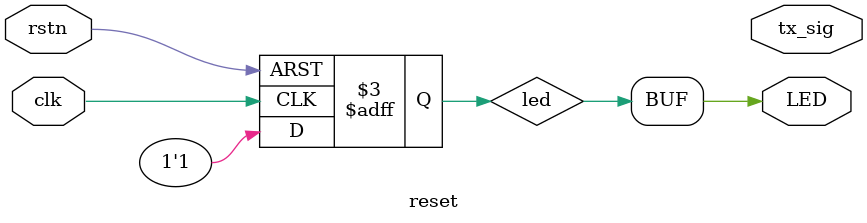
<source format=sv>


module reset(
    input clk,
    input rstn,
    output LED,
    output tx_sig
    );
    
    logic led;

    always_ff @(posedge clk or negedge rstn) begin
        if (!rstn) begin
            led <= 0;
        end
        else begin
            led <= 1;
        end 
    end
    assign LED = led;
    
endmodule

</source>
